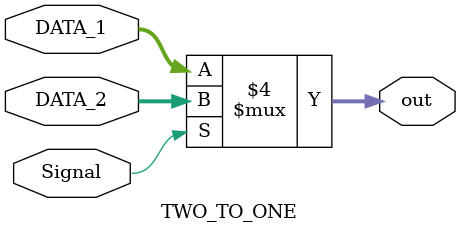
<source format=v>
`timescale 1ns / 1ps


module TWO_TO_ONE(
  input [31:0] DATA_1,
  input [31:0] DATA_2,
  input Signal,
  output reg [31:0] out
  );

  always @ (DATA_1 or DATA_2 or Signal) begin
    if (!Signal) 
      out <= DATA_1;
    else
      out <= DATA_2;
  end
endmodule

</source>
